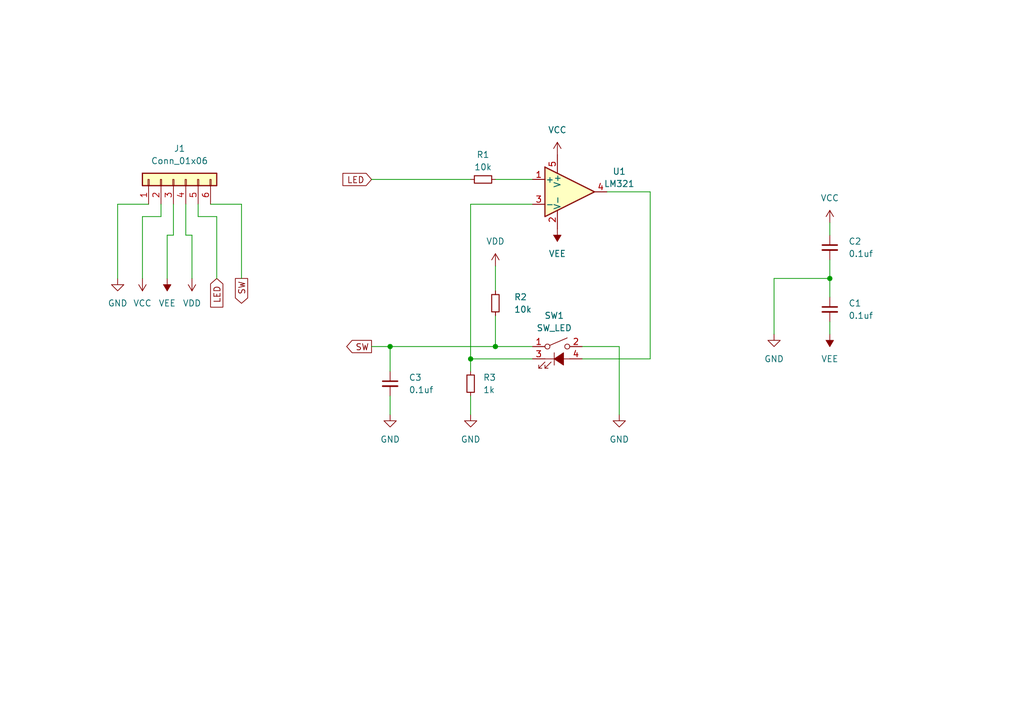
<source format=kicad_sch>
(kicad_sch (version 20230121) (generator eeschema)
  (paper "A5")
  (title_block (title "KEY_LED") (date "2024-05-14") (rev "laaaaaaa"))
  (lib_symbols
    (symbol "Amplifier_Operational:LM321" (pin_names (offset 0.127))
      (property "Reference" "U" (at 0 7.62 0))
      (property "Value" "LM321" (at 0 5.08 0))
      (symbol "LM321_0_1"
        (polyline (pts (xy -5.08 5.08) (xy 5.08 0) (xy -5.08 -5.08) (xy -5.08 5.08)) (stroke (width 0.254)) (fill (type background)))
      )
      (symbol "LM321_1_1"
        (pin input line (at -7.62 2.54 0) (length 2.54) (name "+") (number "1"))
        (pin power_in line (at -2.54 -7.62 90) (length 3.81) (name "V-") (number "2"))
        (pin input line (at -7.62 -2.54 0) (length 2.54) (name "-") (number "3"))
        (pin output line (at 7.62 0 180) (length 2.54) (name "~") (number "4"))
        (pin power_in line (at -2.54 7.62 270) (length 3.81) (name "V+") (number "5"))
      )
    )
    (symbol "Connector_Generic:Conn_01x06" (pin_names (offset 1.016) hide)
      (property "Reference" "J" (at 0 7.62 0))
      (property "Value" "Conn_01x06" (at 0 -10.16 0))
      (symbol "Conn_01x06_1_1"
        (rectangle (start -1.27 -7.493) (end 0 -7.747) (stroke (width 0.1524)))
        (rectangle (start -1.27 -4.953) (end 0 -5.207) (stroke (width 0.1524)))
        (rectangle (start -1.27 -2.413) (end 0 -2.667) (stroke (width 0.1524)))
        (rectangle (start -1.27 0.127) (end 0 -0.127) (stroke (width 0.1524)))
        (rectangle (start -1.27 2.667) (end 0 2.413) (stroke (width 0.1524)))
        (rectangle (start -1.27 5.207) (end 0 4.953) (stroke (width 0.1524)))
        (rectangle (start -1.27 6.35) (end 1.27 -8.89) (stroke (width 0.254)) (fill (type background)))
        (pin passive line (at -5.08 5.08 0) (length 3.81) (name "Pin_1") (number "1"))
        (pin passive line (at -5.08 2.54 0) (length 3.81) (name "Pin_2") (number "2"))
        (pin passive line (at -5.08 0 0) (length 3.81) (name "Pin_3") (number "3"))
        (pin passive line (at -5.08 -2.54 0) (length 3.81) (name "Pin_4") (number "4"))
        (pin passive line (at -5.08 -5.08 0) (length 3.81) (name "Pin_5") (number "5"))
        (pin passive line (at -5.08 -7.62 0) (length 3.81) (name "Pin_6") (number "6"))
      )
    )
    (symbol "Device:C_Small" (pin_numbers hide) (pin_names (offset 0.254) hide)
      (property "Reference" "C" (at 0.254 1.778 0))
      (property "Value" "C_Small" (at 0.254 -2.032 0))
      (symbol "C_Small_0_1"
        (polyline (pts (xy -1.524 -0.508) (xy 1.524 -0.508)) (stroke (width 0.3302)))
        (polyline (pts (xy -1.524 0.508) (xy 1.524 0.508)) (stroke (width 0.3048)))
      )
      (symbol "C_Small_1_1"
        (pin passive line (at 0 2.54 270) (length 2.032) (name "~") (number "1"))
        (pin passive line (at 0 -2.54 90) (length 2.032) (name "~") (number "2"))
      )
    )
    (symbol "Device:R_Small" (pin_numbers hide) (pin_names (offset 0.254) hide)
      (property "Reference" "R" (at 0.762 0.508 0))
      (property "Value" "R_Small" (at 0.762 -1.016 0))
      (symbol "R_Small_0_1"
        (rectangle (start -0.762 1.778) (end 0.762 -1.778) (stroke (width 0.2032)))
      )
      (symbol "R_Small_1_1"
        (pin passive line (at 0 2.54 270) (length 0.762) (name "~") (number "1"))
        (pin passive line (at 0 -2.54 90) (length 0.762) (name "~") (number "2"))
      )
    )
    (symbol "Eurorack:SW_LED" (pin_names (offset 1.016) hide)
      (property "Reference" "SW" (at 0.635 5.715 0))
      (property "Value" "SW_LED" (at 0 -3.175 0))
      (symbol "SW_LED_0_0"
        (polyline (pts (xy -3.81 -1.905) (xy -2.54 -0.635)))
        (polyline (pts (xy -2.54 -1.905) (xy -1.27 -0.635)))
        (polyline (pts (xy -2.54 0) (xy 2.54 0)))
        (polyline (pts (xy -0.635 1.27) (xy -0.635 -1.27)))
        (polyline (pts (xy -3.81 -1.27) (xy -3.81 -1.905) (xy -3.175 -1.905)))
        (polyline (pts (xy -2.54 -1.27) (xy -2.54 -1.905) (xy -1.905 -1.905)))
        (polyline (pts (xy -0.635 0) (xy 1.27 1.27) (xy 1.27 -1.27) (xy -0.635 0)) (fill (type outline)))
      )
      (symbol "SW_LED_0_1"
        (circle (center -2.032 2.54) (radius 0.508))
        (polyline (pts (xy -1.524 2.794) (xy 2.032 4.318)))
        (circle (center 2.032 2.54) (radius 0.508))
        (pin passive line (at -5.08 2.54 0) (length 2.54) (name "1") (number "1"))
        (pin passive line (at 5.08 2.54 180) (length 2.54) (name "2") (number "2"))
        (pin passive line (at -5.08 0 0) (length 2.54) (name "K") (number "3"))
        (pin passive line (at 5.08 0 180) (length 2.54) (name "A") (number "4"))
      )
    )
    (symbol "power:GND" (power) (pin_names (offset 0))
      (property "Value" "GND" (at 0 -3.81 0))
      (symbol "GND_0_1"
        (polyline (pts (xy 0 0) (xy 0 -1.27) (xy 1.27 -1.27) (xy 0 -2.54) (xy -1.27 -1.27) (xy 0 -1.27)))
      )
      (symbol "GND_1_1"
        (pin power_in line (at 0 0 270) (length 0) hide (name "GND") (number "1"))
      )
    )
    (symbol "power:VCC" (power) (pin_names (offset 0))
      (property "Value" "VCC" (at 0 3.81 0))
      (symbol "VCC_0_1"
        (polyline (pts (xy -0.762 1.27) (xy 0 2.54)))
        (polyline (pts (xy 0 0) (xy 0 2.54)))
        (polyline (pts (xy 0 2.54) (xy 0.762 1.27)))
      )
      (symbol "VCC_1_1"
        (pin power_in line (at 0 0 90) (length 0) hide (name "VCC") (number "1"))
      )
    )
    (symbol "power:VDD" (power) (pin_names (offset 0))
      (property "Value" "VDD" (at 0 3.81 0))
      (symbol "VDD_0_1"
        (polyline (pts (xy -0.762 1.27) (xy 0 2.54)))
        (polyline (pts (xy 0 0) (xy 0 2.54)))
        (polyline (pts (xy 0 2.54) (xy 0.762 1.27)))
      )
      (symbol "VDD_1_1"
        (pin power_in line (at 0 0 90) (length 0) hide (name "VDD") (number "1"))
      )
    )
    (symbol "power:VEE" (power) (pin_names (offset 0))
      (property "Value" "VEE" (at 0 3.81 0))
      (symbol "VEE_0_1"
        (polyline (pts (xy 0 0) (xy 0 2.54)))
        (polyline (pts (xy 0.762 1.27) (xy -0.762 1.27) (xy 0 2.54) (xy 0.762 1.27)) (fill (type outline)))
      )
      (symbol "VEE_1_1"
        (pin power_in line (at 0 0 90) (length 0) hide (name "VEE") (number "1"))
      )
    )
  )
  (junction (at 101.6 71.12))
  (junction (at 96.52 73.66))
  (junction (at 80.01 71.12))
  (junction (at 170.18 57.15))
  (wire (pts (xy 76.2 36.83) (xy 96.52 36.83)))
  (wire (pts (xy 39.37 57.15) (xy 39.37 48.26)))
  (wire (pts (xy 96.52 73.66) (xy 96.52 76.2)))
  (wire (pts (xy 158.75 68.58) (xy 158.75 57.15)))
  (wire (pts (xy 44.45 57.15) (xy 44.45 44.45)))
  (wire (pts (xy 44.45 44.45) (xy 40.64 44.45)))
  (wire (pts (xy 35.56 48.26) (xy 35.56 41.91)))
  (wire (pts (xy 39.37 48.26) (xy 38.1 48.26)))
  (wire (pts (xy 170.18 68.58) (xy 170.18 66.04)))
  (wire (pts (xy 29.21 57.15) (xy 29.21 44.45)))
  (wire (pts (xy 101.6 54.61) (xy 101.6 59.69)))
  (wire (pts (xy 101.6 64.77) (xy 101.6 71.12)))
  (wire (pts (xy 80.01 71.12) (xy 101.6 71.12)))
  (wire (pts (xy 101.6 71.12) (xy 109.22 71.12)))
  (wire (pts (xy 49.53 57.15) (xy 49.53 41.91)))
  (wire (pts (xy 34.29 48.26) (xy 34.29 57.15)))
  (wire (pts (xy 96.52 41.91) (xy 109.22 41.91)))
  (wire (pts (xy 43.18 41.91) (xy 49.53 41.91)))
  (wire (pts (xy 29.21 44.45) (xy 33.02 44.45)))
  (wire (pts (xy 101.6 36.83) (xy 109.22 36.83)))
  (wire (pts (xy 170.18 45.72) (xy 170.18 48.26)))
  (wire (pts (xy 119.38 71.12) (xy 127 71.12)))
  (wire (pts (xy 109.22 73.66) (xy 96.52 73.66)))
  (wire (pts (xy 96.52 73.66) (xy 96.52 41.91)))
  (wire (pts (xy 76.2 71.12) (xy 80.01 71.12)))
  (wire (pts (xy 170.18 57.15) (xy 170.18 60.96)))
  (wire (pts (xy 170.18 53.34) (xy 170.18 57.15)))
  (wire (pts (xy 133.35 39.37) (xy 133.35 73.66)))
  (wire (pts (xy 33.02 44.45) (xy 33.02 41.91)))
  (wire (pts (xy 133.35 39.37) (xy 124.46 39.37)))
  (wire (pts (xy 158.75 57.15) (xy 170.18 57.15)))
  (wire (pts (xy 24.13 41.91) (xy 30.48 41.91)))
  (wire (pts (xy 96.52 81.28) (xy 96.52 85.09)))
  (wire (pts (xy 127 71.12) (xy 127 85.09)))
  (wire (pts (xy 38.1 48.26) (xy 38.1 41.91)))
  (wire (pts (xy 133.35 73.66) (xy 119.38 73.66)))
  (wire (pts (xy 40.64 44.45) (xy 40.64 41.91)))
  (wire (pts (xy 24.13 57.15) (xy 24.13 41.91)))
  (wire (pts (xy 34.29 48.26) (xy 35.56 48.26)))
  (wire (pts (xy 80.01 81.28) (xy 80.01 85.09)))
  (wire (pts (xy 80.01 71.12) (xy 80.01 76.2)))
  (global_label "SW" (shape output) (at 49.53 57.15 270) (property "Intersheetrefs" "${INTERSHEET_REFS}" (effects hide)))
  (global_label "LED" (shape input) (at 76.2 36.83 180) (property "Intersheetrefs" "${INTERSHEET_REFS}" (effects hide)))
  (global_label "SW" (shape output) (at 76.2 71.12 180) (property "Intersheetrefs" "${INTERSHEET_REFS}" (effects hide)))
  (global_label "LED" (shape input) (at 44.45 57.15 270) (property "Intersheetrefs" "${INTERSHEET_REFS}" (effects hide)))
  (symbol (lib_id "power:GND") (at 24.13 57.15 0) (unit 1)
    (property "Reference" "#PWR02" (effects hide))
    (property "Value" "GND" (at 24.13 62.23 0))
  )
  (symbol (lib_id "power:GND") (at 127 85.09 0) (unit 1)
    (property "Reference" "#PWR07" (effects hide))
    (property "Value" "GND" (at 127 90.17 0))
  )
  (symbol (lib_id "Eurorack:SW_LED") (at 114.3 73.66 0) (unit 1)
    (property "Reference" "SW1" (at 113.665 64.77 0))
    (property "Value" "SW_LED" (at 113.665 67.31 0))
    (property "Footprint" "Eurorack:Button_LED" (effects hide))
  )
  (symbol (lib_id "power:VCC") (at 29.21 57.15 180) (unit 1)
    (property "Reference" "#PWR04" (effects hide))
    (property "Value" "VCC" (at 29.21 62.23 0))
  )
  (symbol (lib_id "power:GND") (at 158.75 68.58 0) (unit 1)
    (property "Reference" "#PWR09" (effects hide))
    (property "Value" "GND" (at 158.75 73.66 0))
  )
  (symbol (lib_id "Device:C_Small") (at 170.18 63.5 0) (unit 1)
    (property "Reference" "C1" (at 173.99 62.2363 0) (effects (justify left)))
    (property "Value" "0.1uf" (at 173.99 64.7763 0) (effects (justify left)))
    (property "Footprint" "Capacitor_SMD:C_0603_1608Metric" (effects hide))
  )
  (symbol (lib_id "power:VCC") (at 114.3 31.75 0) (unit 1)
    (property "Reference" "#PWR01" (effects hide))
    (property "Value" "VCC" (at 114.3 26.67 0))
  )
  (symbol (lib_id "power:VDD") (at 101.6 54.61 0) (unit 1)
    (property "Reference" "#PWR013" (effects hide))
    (property "Value" "VDD" (at 101.6 49.53 0))
  )
  (symbol (lib_id "Device:R_Small") (at 101.6 62.23 0) (unit 1)
    (property "Reference" "R2" (at 105.41 60.96 0) (effects (justify left)))
    (property "Value" "10k" (at 105.41 63.5 0) (effects (justify left)))
    (property "Footprint" "Resistor_SMD:R_0603_1608Metric" (effects hide))
  )
  (symbol (lib_id "power:VCC") (at 170.18 45.72 0) (unit 1)
    (property "Reference" "#PWR010" (effects hide))
    (property "Value" "VCC" (at 170.18 40.64 0))
  )
  (symbol (lib_id "power:VEE") (at 170.18 68.58 180) (unit 1)
    (property "Reference" "#PWR011" (effects hide))
    (property "Value" "VEE" (at 170.18 73.66 0))
  )
  (symbol (lib_id "Device:C_Small") (at 80.01 78.74 0) (unit 1)
    (property "Reference" "C3" (at 83.82 77.4763 0) (effects (justify left)))
    (property "Value" "0.1uf" (at 83.82 80.0163 0) (effects (justify left)))
    (property "Footprint" "Capacitor_SMD:C_0603_1608Metric" (effects hide))
  )
  (symbol (lib_id "Device:C_Small") (at 170.18 50.8 0) (unit 1)
    (property "Reference" "C2" (at 173.99 49.5363 0) (effects (justify left)))
    (property "Value" "0.1uf" (at 173.99 52.0763 0) (effects (justify left)))
    (property "Footprint" "Capacitor_SMD:C_0603_1608Metric" (effects hide))
  )
  (symbol (lib_id "power:VDD") (at 39.37 57.15 180) (unit 1)
    (property "Reference" "#PWR06" (effects hide))
    (property "Value" "VDD" (at 39.37 62.23 0))
  )
  (symbol (lib_id "power:GND") (at 80.01 85.09 0) (unit 1)
    (property "Reference" "#PWR08" (effects hide))
    (property "Value" "GND" (at 80.01 90.17 0))
  )
  (symbol (lib_id "Amplifier_Operational:LM321") (at 116.84 39.37 0) (unit 1)
    (property "Reference" "U1" (at 127 35.1791 0))
    (property "Value" "LM321" (at 127 37.7191 0))
    (property "Footprint" "Package_TO_SOT_SMD:SOT-23-5" (effects hide))
    (property "Datasheet" "http://www.ti.com/lit/ds/symlink/lm321.pdf" (effects hide))
  )
  (symbol (lib_id "power:VEE") (at 34.29 57.15 180) (unit 1)
    (property "Reference" "#PWR05" (effects hide))
    (property "Value" "VEE" (at 34.29 62.23 0))
  )
  (symbol (lib_id "Device:R_Small") (at 99.06 36.83 90) (unit 1)
    (property "Reference" "R1" (at 99.06 31.75 90))
    (property "Value" "10k" (at 99.06 34.29 90))
    (property "Footprint" "Resistor_SMD:R_0603_1608Metric" (effects hide))
  )
  (symbol (lib_id "Device:R_Small") (at 96.52 78.74 0) (unit 1)
    (property "Reference" "R3" (at 99.06 77.47 0) (effects (justify left)))
    (property "Value" "1k" (at 99.06 80.01 0) (effects (justify left)))
    (property "Footprint" "Resistor_SMD:R_0603_1608Metric" (effects hide))
  )
  (symbol (lib_id "power:GND") (at 96.52 85.09 0) (unit 1)
    (property "Reference" "#PWR012" (effects hide))
    (property "Value" "GND" (at 96.52 90.17 0))
  )
  (symbol (lib_id "Connector_Generic:Conn_01x06") (at 35.56 36.83 90) (unit 1)
    (property "Reference" "J1" (at 36.83 30.48 90))
    (property "Value" "Conn_01x06" (at 36.83 33.02 90))
    (property "Footprint" "Connector_PinHeader_2.54mm:PinHeader_1x06_P2.54mm_Vertical" (effects hide))
  )
  (symbol (lib_id "power:VEE") (at 114.3 46.99 180) (unit 1)
    (property "Reference" "#PWR03" (effects hide))
    (property "Value" "VEE" (at 114.3 52.07 0))
  )
)
</source>
